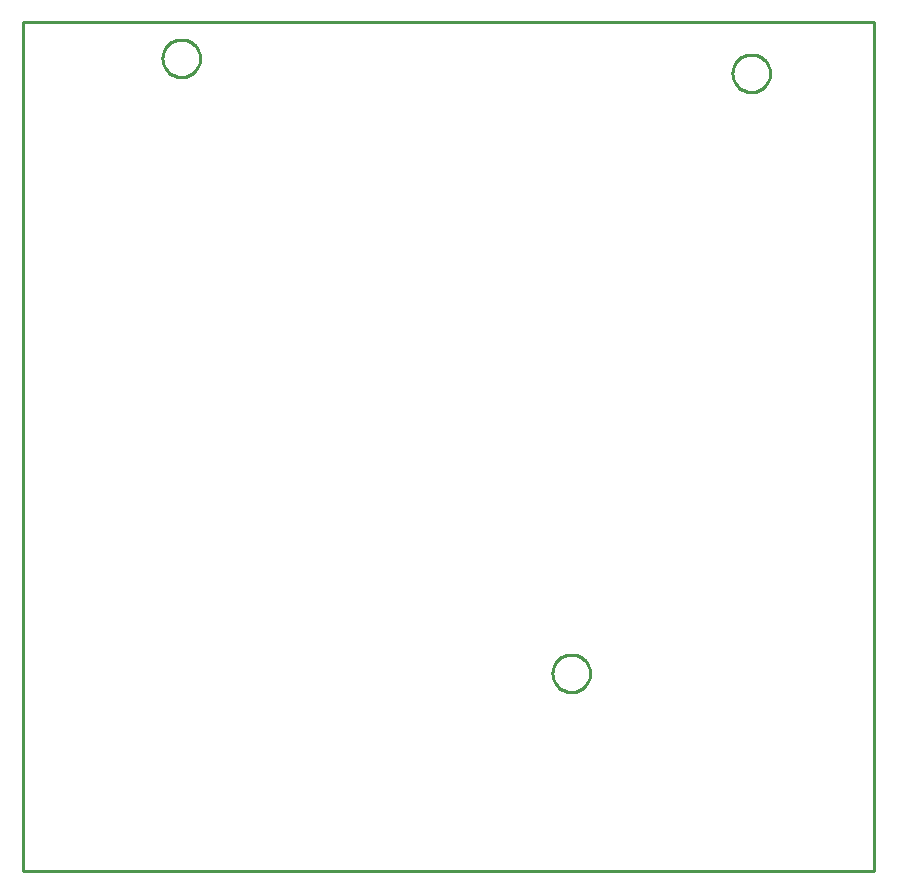
<source format=gko>
G04 EAGLE Gerber RS-274X export*
G75*
%MOMM*%
%FSLAX34Y34*%
%LPD*%
%INBoard Outline*%
%IPPOS*%
%AMOC8*
5,1,8,0,0,1.08239X$1,22.5*%
G01*
%ADD10C,0.000000*%
%ADD11C,0.254000*%


D10*
X-22860Y30480D02*
X697740Y30480D01*
X697740Y749200D01*
X-22860Y749200D01*
X-22860Y30480D01*
X577965Y706040D02*
X577970Y706430D01*
X577984Y706819D01*
X578008Y707208D01*
X578041Y707596D01*
X578084Y707983D01*
X578137Y708369D01*
X578199Y708754D01*
X578270Y709137D01*
X578351Y709518D01*
X578441Y709897D01*
X578540Y710274D01*
X578649Y710648D01*
X578766Y711020D01*
X578893Y711388D01*
X579029Y711753D01*
X579173Y712115D01*
X579327Y712473D01*
X579489Y712827D01*
X579660Y713178D01*
X579839Y713523D01*
X580027Y713865D01*
X580224Y714201D01*
X580428Y714533D01*
X580640Y714860D01*
X580861Y715181D01*
X581089Y715497D01*
X581325Y715807D01*
X581568Y716111D01*
X581819Y716409D01*
X582077Y716701D01*
X582343Y716986D01*
X582615Y717265D01*
X582894Y717537D01*
X583179Y717803D01*
X583471Y718061D01*
X583769Y718312D01*
X584073Y718555D01*
X584383Y718791D01*
X584699Y719019D01*
X585020Y719240D01*
X585347Y719452D01*
X585679Y719656D01*
X586015Y719853D01*
X586357Y720041D01*
X586702Y720220D01*
X587053Y720391D01*
X587407Y720553D01*
X587765Y720707D01*
X588127Y720851D01*
X588492Y720987D01*
X588860Y721114D01*
X589232Y721231D01*
X589606Y721340D01*
X589983Y721439D01*
X590362Y721529D01*
X590743Y721610D01*
X591126Y721681D01*
X591511Y721743D01*
X591897Y721796D01*
X592284Y721839D01*
X592672Y721872D01*
X593061Y721896D01*
X593450Y721910D01*
X593840Y721915D01*
X594230Y721910D01*
X594619Y721896D01*
X595008Y721872D01*
X595396Y721839D01*
X595783Y721796D01*
X596169Y721743D01*
X596554Y721681D01*
X596937Y721610D01*
X597318Y721529D01*
X597697Y721439D01*
X598074Y721340D01*
X598448Y721231D01*
X598820Y721114D01*
X599188Y720987D01*
X599553Y720851D01*
X599915Y720707D01*
X600273Y720553D01*
X600627Y720391D01*
X600978Y720220D01*
X601323Y720041D01*
X601665Y719853D01*
X602001Y719656D01*
X602333Y719452D01*
X602660Y719240D01*
X602981Y719019D01*
X603297Y718791D01*
X603607Y718555D01*
X603911Y718312D01*
X604209Y718061D01*
X604501Y717803D01*
X604786Y717537D01*
X605065Y717265D01*
X605337Y716986D01*
X605603Y716701D01*
X605861Y716409D01*
X606112Y716111D01*
X606355Y715807D01*
X606591Y715497D01*
X606819Y715181D01*
X607040Y714860D01*
X607252Y714533D01*
X607456Y714201D01*
X607653Y713865D01*
X607841Y713523D01*
X608020Y713178D01*
X608191Y712827D01*
X608353Y712473D01*
X608507Y712115D01*
X608651Y711753D01*
X608787Y711388D01*
X608914Y711020D01*
X609031Y710648D01*
X609140Y710274D01*
X609239Y709897D01*
X609329Y709518D01*
X609410Y709137D01*
X609481Y708754D01*
X609543Y708369D01*
X609596Y707983D01*
X609639Y707596D01*
X609672Y707208D01*
X609696Y706819D01*
X609710Y706430D01*
X609715Y706040D01*
X609710Y705650D01*
X609696Y705261D01*
X609672Y704872D01*
X609639Y704484D01*
X609596Y704097D01*
X609543Y703711D01*
X609481Y703326D01*
X609410Y702943D01*
X609329Y702562D01*
X609239Y702183D01*
X609140Y701806D01*
X609031Y701432D01*
X608914Y701060D01*
X608787Y700692D01*
X608651Y700327D01*
X608507Y699965D01*
X608353Y699607D01*
X608191Y699253D01*
X608020Y698902D01*
X607841Y698557D01*
X607653Y698215D01*
X607456Y697879D01*
X607252Y697547D01*
X607040Y697220D01*
X606819Y696899D01*
X606591Y696583D01*
X606355Y696273D01*
X606112Y695969D01*
X605861Y695671D01*
X605603Y695379D01*
X605337Y695094D01*
X605065Y694815D01*
X604786Y694543D01*
X604501Y694277D01*
X604209Y694019D01*
X603911Y693768D01*
X603607Y693525D01*
X603297Y693289D01*
X602981Y693061D01*
X602660Y692840D01*
X602333Y692628D01*
X602001Y692424D01*
X601665Y692227D01*
X601323Y692039D01*
X600978Y691860D01*
X600627Y691689D01*
X600273Y691527D01*
X599915Y691373D01*
X599553Y691229D01*
X599188Y691093D01*
X598820Y690966D01*
X598448Y690849D01*
X598074Y690740D01*
X597697Y690641D01*
X597318Y690551D01*
X596937Y690470D01*
X596554Y690399D01*
X596169Y690337D01*
X595783Y690284D01*
X595396Y690241D01*
X595008Y690208D01*
X594619Y690184D01*
X594230Y690170D01*
X593840Y690165D01*
X593450Y690170D01*
X593061Y690184D01*
X592672Y690208D01*
X592284Y690241D01*
X591897Y690284D01*
X591511Y690337D01*
X591126Y690399D01*
X590743Y690470D01*
X590362Y690551D01*
X589983Y690641D01*
X589606Y690740D01*
X589232Y690849D01*
X588860Y690966D01*
X588492Y691093D01*
X588127Y691229D01*
X587765Y691373D01*
X587407Y691527D01*
X587053Y691689D01*
X586702Y691860D01*
X586357Y692039D01*
X586015Y692227D01*
X585679Y692424D01*
X585347Y692628D01*
X585020Y692840D01*
X584699Y693061D01*
X584383Y693289D01*
X584073Y693525D01*
X583769Y693768D01*
X583471Y694019D01*
X583179Y694277D01*
X582894Y694543D01*
X582615Y694815D01*
X582343Y695094D01*
X582077Y695379D01*
X581819Y695671D01*
X581568Y695969D01*
X581325Y696273D01*
X581089Y696583D01*
X580861Y696899D01*
X580640Y697220D01*
X580428Y697547D01*
X580224Y697879D01*
X580027Y698215D01*
X579839Y698557D01*
X579660Y698902D01*
X579489Y699253D01*
X579327Y699607D01*
X579173Y699965D01*
X579029Y700327D01*
X578893Y700692D01*
X578766Y701060D01*
X578649Y701432D01*
X578540Y701806D01*
X578441Y702183D01*
X578351Y702562D01*
X578270Y702943D01*
X578199Y703326D01*
X578137Y703711D01*
X578084Y704097D01*
X578041Y704484D01*
X578008Y704872D01*
X577984Y705261D01*
X577970Y705650D01*
X577965Y706040D01*
X95365Y718740D02*
X95370Y719130D01*
X95384Y719519D01*
X95408Y719908D01*
X95441Y720296D01*
X95484Y720683D01*
X95537Y721069D01*
X95599Y721454D01*
X95670Y721837D01*
X95751Y722218D01*
X95841Y722597D01*
X95940Y722974D01*
X96049Y723348D01*
X96166Y723720D01*
X96293Y724088D01*
X96429Y724453D01*
X96573Y724815D01*
X96727Y725173D01*
X96889Y725527D01*
X97060Y725878D01*
X97239Y726223D01*
X97427Y726565D01*
X97624Y726901D01*
X97828Y727233D01*
X98040Y727560D01*
X98261Y727881D01*
X98489Y728197D01*
X98725Y728507D01*
X98968Y728811D01*
X99219Y729109D01*
X99477Y729401D01*
X99743Y729686D01*
X100015Y729965D01*
X100294Y730237D01*
X100579Y730503D01*
X100871Y730761D01*
X101169Y731012D01*
X101473Y731255D01*
X101783Y731491D01*
X102099Y731719D01*
X102420Y731940D01*
X102747Y732152D01*
X103079Y732356D01*
X103415Y732553D01*
X103757Y732741D01*
X104102Y732920D01*
X104453Y733091D01*
X104807Y733253D01*
X105165Y733407D01*
X105527Y733551D01*
X105892Y733687D01*
X106260Y733814D01*
X106632Y733931D01*
X107006Y734040D01*
X107383Y734139D01*
X107762Y734229D01*
X108143Y734310D01*
X108526Y734381D01*
X108911Y734443D01*
X109297Y734496D01*
X109684Y734539D01*
X110072Y734572D01*
X110461Y734596D01*
X110850Y734610D01*
X111240Y734615D01*
X111630Y734610D01*
X112019Y734596D01*
X112408Y734572D01*
X112796Y734539D01*
X113183Y734496D01*
X113569Y734443D01*
X113954Y734381D01*
X114337Y734310D01*
X114718Y734229D01*
X115097Y734139D01*
X115474Y734040D01*
X115848Y733931D01*
X116220Y733814D01*
X116588Y733687D01*
X116953Y733551D01*
X117315Y733407D01*
X117673Y733253D01*
X118027Y733091D01*
X118378Y732920D01*
X118723Y732741D01*
X119065Y732553D01*
X119401Y732356D01*
X119733Y732152D01*
X120060Y731940D01*
X120381Y731719D01*
X120697Y731491D01*
X121007Y731255D01*
X121311Y731012D01*
X121609Y730761D01*
X121901Y730503D01*
X122186Y730237D01*
X122465Y729965D01*
X122737Y729686D01*
X123003Y729401D01*
X123261Y729109D01*
X123512Y728811D01*
X123755Y728507D01*
X123991Y728197D01*
X124219Y727881D01*
X124440Y727560D01*
X124652Y727233D01*
X124856Y726901D01*
X125053Y726565D01*
X125241Y726223D01*
X125420Y725878D01*
X125591Y725527D01*
X125753Y725173D01*
X125907Y724815D01*
X126051Y724453D01*
X126187Y724088D01*
X126314Y723720D01*
X126431Y723348D01*
X126540Y722974D01*
X126639Y722597D01*
X126729Y722218D01*
X126810Y721837D01*
X126881Y721454D01*
X126943Y721069D01*
X126996Y720683D01*
X127039Y720296D01*
X127072Y719908D01*
X127096Y719519D01*
X127110Y719130D01*
X127115Y718740D01*
X127110Y718350D01*
X127096Y717961D01*
X127072Y717572D01*
X127039Y717184D01*
X126996Y716797D01*
X126943Y716411D01*
X126881Y716026D01*
X126810Y715643D01*
X126729Y715262D01*
X126639Y714883D01*
X126540Y714506D01*
X126431Y714132D01*
X126314Y713760D01*
X126187Y713392D01*
X126051Y713027D01*
X125907Y712665D01*
X125753Y712307D01*
X125591Y711953D01*
X125420Y711602D01*
X125241Y711257D01*
X125053Y710915D01*
X124856Y710579D01*
X124652Y710247D01*
X124440Y709920D01*
X124219Y709599D01*
X123991Y709283D01*
X123755Y708973D01*
X123512Y708669D01*
X123261Y708371D01*
X123003Y708079D01*
X122737Y707794D01*
X122465Y707515D01*
X122186Y707243D01*
X121901Y706977D01*
X121609Y706719D01*
X121311Y706468D01*
X121007Y706225D01*
X120697Y705989D01*
X120381Y705761D01*
X120060Y705540D01*
X119733Y705328D01*
X119401Y705124D01*
X119065Y704927D01*
X118723Y704739D01*
X118378Y704560D01*
X118027Y704389D01*
X117673Y704227D01*
X117315Y704073D01*
X116953Y703929D01*
X116588Y703793D01*
X116220Y703666D01*
X115848Y703549D01*
X115474Y703440D01*
X115097Y703341D01*
X114718Y703251D01*
X114337Y703170D01*
X113954Y703099D01*
X113569Y703037D01*
X113183Y702984D01*
X112796Y702941D01*
X112408Y702908D01*
X112019Y702884D01*
X111630Y702870D01*
X111240Y702865D01*
X110850Y702870D01*
X110461Y702884D01*
X110072Y702908D01*
X109684Y702941D01*
X109297Y702984D01*
X108911Y703037D01*
X108526Y703099D01*
X108143Y703170D01*
X107762Y703251D01*
X107383Y703341D01*
X107006Y703440D01*
X106632Y703549D01*
X106260Y703666D01*
X105892Y703793D01*
X105527Y703929D01*
X105165Y704073D01*
X104807Y704227D01*
X104453Y704389D01*
X104102Y704560D01*
X103757Y704739D01*
X103415Y704927D01*
X103079Y705124D01*
X102747Y705328D01*
X102420Y705540D01*
X102099Y705761D01*
X101783Y705989D01*
X101473Y706225D01*
X101169Y706468D01*
X100871Y706719D01*
X100579Y706977D01*
X100294Y707243D01*
X100015Y707515D01*
X99743Y707794D01*
X99477Y708079D01*
X99219Y708371D01*
X98968Y708669D01*
X98725Y708973D01*
X98489Y709283D01*
X98261Y709599D01*
X98040Y709920D01*
X97828Y710247D01*
X97624Y710579D01*
X97427Y710915D01*
X97239Y711257D01*
X97060Y711602D01*
X96889Y711953D01*
X96727Y712307D01*
X96573Y712665D01*
X96429Y713027D01*
X96293Y713392D01*
X96166Y713760D01*
X96049Y714132D01*
X95940Y714506D01*
X95841Y714883D01*
X95751Y715262D01*
X95670Y715643D01*
X95599Y716026D01*
X95537Y716411D01*
X95484Y716797D01*
X95441Y717184D01*
X95408Y717572D01*
X95384Y717961D01*
X95370Y718350D01*
X95365Y718740D01*
X425565Y198040D02*
X425570Y198430D01*
X425584Y198819D01*
X425608Y199208D01*
X425641Y199596D01*
X425684Y199983D01*
X425737Y200369D01*
X425799Y200754D01*
X425870Y201137D01*
X425951Y201518D01*
X426041Y201897D01*
X426140Y202274D01*
X426249Y202648D01*
X426366Y203020D01*
X426493Y203388D01*
X426629Y203753D01*
X426773Y204115D01*
X426927Y204473D01*
X427089Y204827D01*
X427260Y205178D01*
X427439Y205523D01*
X427627Y205865D01*
X427824Y206201D01*
X428028Y206533D01*
X428240Y206860D01*
X428461Y207181D01*
X428689Y207497D01*
X428925Y207807D01*
X429168Y208111D01*
X429419Y208409D01*
X429677Y208701D01*
X429943Y208986D01*
X430215Y209265D01*
X430494Y209537D01*
X430779Y209803D01*
X431071Y210061D01*
X431369Y210312D01*
X431673Y210555D01*
X431983Y210791D01*
X432299Y211019D01*
X432620Y211240D01*
X432947Y211452D01*
X433279Y211656D01*
X433615Y211853D01*
X433957Y212041D01*
X434302Y212220D01*
X434653Y212391D01*
X435007Y212553D01*
X435365Y212707D01*
X435727Y212851D01*
X436092Y212987D01*
X436460Y213114D01*
X436832Y213231D01*
X437206Y213340D01*
X437583Y213439D01*
X437962Y213529D01*
X438343Y213610D01*
X438726Y213681D01*
X439111Y213743D01*
X439497Y213796D01*
X439884Y213839D01*
X440272Y213872D01*
X440661Y213896D01*
X441050Y213910D01*
X441440Y213915D01*
X441830Y213910D01*
X442219Y213896D01*
X442608Y213872D01*
X442996Y213839D01*
X443383Y213796D01*
X443769Y213743D01*
X444154Y213681D01*
X444537Y213610D01*
X444918Y213529D01*
X445297Y213439D01*
X445674Y213340D01*
X446048Y213231D01*
X446420Y213114D01*
X446788Y212987D01*
X447153Y212851D01*
X447515Y212707D01*
X447873Y212553D01*
X448227Y212391D01*
X448578Y212220D01*
X448923Y212041D01*
X449265Y211853D01*
X449601Y211656D01*
X449933Y211452D01*
X450260Y211240D01*
X450581Y211019D01*
X450897Y210791D01*
X451207Y210555D01*
X451511Y210312D01*
X451809Y210061D01*
X452101Y209803D01*
X452386Y209537D01*
X452665Y209265D01*
X452937Y208986D01*
X453203Y208701D01*
X453461Y208409D01*
X453712Y208111D01*
X453955Y207807D01*
X454191Y207497D01*
X454419Y207181D01*
X454640Y206860D01*
X454852Y206533D01*
X455056Y206201D01*
X455253Y205865D01*
X455441Y205523D01*
X455620Y205178D01*
X455791Y204827D01*
X455953Y204473D01*
X456107Y204115D01*
X456251Y203753D01*
X456387Y203388D01*
X456514Y203020D01*
X456631Y202648D01*
X456740Y202274D01*
X456839Y201897D01*
X456929Y201518D01*
X457010Y201137D01*
X457081Y200754D01*
X457143Y200369D01*
X457196Y199983D01*
X457239Y199596D01*
X457272Y199208D01*
X457296Y198819D01*
X457310Y198430D01*
X457315Y198040D01*
X457310Y197650D01*
X457296Y197261D01*
X457272Y196872D01*
X457239Y196484D01*
X457196Y196097D01*
X457143Y195711D01*
X457081Y195326D01*
X457010Y194943D01*
X456929Y194562D01*
X456839Y194183D01*
X456740Y193806D01*
X456631Y193432D01*
X456514Y193060D01*
X456387Y192692D01*
X456251Y192327D01*
X456107Y191965D01*
X455953Y191607D01*
X455791Y191253D01*
X455620Y190902D01*
X455441Y190557D01*
X455253Y190215D01*
X455056Y189879D01*
X454852Y189547D01*
X454640Y189220D01*
X454419Y188899D01*
X454191Y188583D01*
X453955Y188273D01*
X453712Y187969D01*
X453461Y187671D01*
X453203Y187379D01*
X452937Y187094D01*
X452665Y186815D01*
X452386Y186543D01*
X452101Y186277D01*
X451809Y186019D01*
X451511Y185768D01*
X451207Y185525D01*
X450897Y185289D01*
X450581Y185061D01*
X450260Y184840D01*
X449933Y184628D01*
X449601Y184424D01*
X449265Y184227D01*
X448923Y184039D01*
X448578Y183860D01*
X448227Y183689D01*
X447873Y183527D01*
X447515Y183373D01*
X447153Y183229D01*
X446788Y183093D01*
X446420Y182966D01*
X446048Y182849D01*
X445674Y182740D01*
X445297Y182641D01*
X444918Y182551D01*
X444537Y182470D01*
X444154Y182399D01*
X443769Y182337D01*
X443383Y182284D01*
X442996Y182241D01*
X442608Y182208D01*
X442219Y182184D01*
X441830Y182170D01*
X441440Y182165D01*
X441050Y182170D01*
X440661Y182184D01*
X440272Y182208D01*
X439884Y182241D01*
X439497Y182284D01*
X439111Y182337D01*
X438726Y182399D01*
X438343Y182470D01*
X437962Y182551D01*
X437583Y182641D01*
X437206Y182740D01*
X436832Y182849D01*
X436460Y182966D01*
X436092Y183093D01*
X435727Y183229D01*
X435365Y183373D01*
X435007Y183527D01*
X434653Y183689D01*
X434302Y183860D01*
X433957Y184039D01*
X433615Y184227D01*
X433279Y184424D01*
X432947Y184628D01*
X432620Y184840D01*
X432299Y185061D01*
X431983Y185289D01*
X431673Y185525D01*
X431369Y185768D01*
X431071Y186019D01*
X430779Y186277D01*
X430494Y186543D01*
X430215Y186815D01*
X429943Y187094D01*
X429677Y187379D01*
X429419Y187671D01*
X429168Y187969D01*
X428925Y188273D01*
X428689Y188583D01*
X428461Y188899D01*
X428240Y189220D01*
X428028Y189547D01*
X427824Y189879D01*
X427627Y190215D01*
X427439Y190557D01*
X427260Y190902D01*
X427089Y191253D01*
X426927Y191607D01*
X426773Y191965D01*
X426629Y192327D01*
X426493Y192692D01*
X426366Y193060D01*
X426249Y193432D01*
X426140Y193806D01*
X426041Y194183D01*
X425951Y194562D01*
X425870Y194943D01*
X425799Y195326D01*
X425737Y195711D01*
X425684Y196097D01*
X425641Y196484D01*
X425608Y196872D01*
X425584Y197261D01*
X425570Y197650D01*
X425565Y198040D01*
D11*
X-22860Y30480D02*
X697740Y30480D01*
X697740Y749200D01*
X-22860Y749200D01*
X-22860Y30480D01*
X609715Y705520D02*
X609647Y704483D01*
X609511Y703453D01*
X609309Y702433D01*
X609040Y701429D01*
X608705Y700445D01*
X608308Y699485D01*
X607848Y698553D01*
X607328Y697652D01*
X606751Y696788D01*
X606118Y695964D01*
X605433Y695182D01*
X604698Y694447D01*
X603916Y693762D01*
X603092Y693129D01*
X602228Y692552D01*
X601327Y692032D01*
X600395Y691572D01*
X599435Y691175D01*
X598451Y690840D01*
X597447Y690571D01*
X596427Y690369D01*
X595397Y690233D01*
X594360Y690165D01*
X593320Y690165D01*
X592283Y690233D01*
X591253Y690369D01*
X590233Y690571D01*
X589229Y690840D01*
X588245Y691175D01*
X587285Y691572D01*
X586353Y692032D01*
X585452Y692552D01*
X584588Y693129D01*
X583764Y693762D01*
X582982Y694447D01*
X582247Y695182D01*
X581562Y695964D01*
X580929Y696788D01*
X580352Y697652D01*
X579832Y698553D01*
X579372Y699485D01*
X578975Y700445D01*
X578640Y701429D01*
X578371Y702433D01*
X578169Y703453D01*
X578033Y704483D01*
X577965Y705520D01*
X577965Y706560D01*
X578033Y707597D01*
X578169Y708627D01*
X578371Y709647D01*
X578640Y710651D01*
X578975Y711635D01*
X579372Y712595D01*
X579832Y713527D01*
X580352Y714428D01*
X580929Y715292D01*
X581562Y716116D01*
X582247Y716898D01*
X582982Y717633D01*
X583764Y718318D01*
X584588Y718951D01*
X585452Y719528D01*
X586353Y720048D01*
X587285Y720508D01*
X588245Y720905D01*
X589229Y721240D01*
X590233Y721509D01*
X591253Y721711D01*
X592283Y721847D01*
X593320Y721915D01*
X594360Y721915D01*
X595397Y721847D01*
X596427Y721711D01*
X597447Y721509D01*
X598451Y721240D01*
X599435Y720905D01*
X600395Y720508D01*
X601327Y720048D01*
X602228Y719528D01*
X603092Y718951D01*
X603916Y718318D01*
X604698Y717633D01*
X605433Y716898D01*
X606118Y716116D01*
X606751Y715292D01*
X607328Y714428D01*
X607848Y713527D01*
X608308Y712595D01*
X608705Y711635D01*
X609040Y710651D01*
X609309Y709647D01*
X609511Y708627D01*
X609647Y707597D01*
X609715Y706560D01*
X609715Y705520D01*
X127115Y718220D02*
X127047Y717183D01*
X126911Y716153D01*
X126709Y715133D01*
X126440Y714129D01*
X126105Y713145D01*
X125708Y712185D01*
X125248Y711253D01*
X124728Y710352D01*
X124151Y709488D01*
X123518Y708664D01*
X122833Y707882D01*
X122098Y707147D01*
X121316Y706462D01*
X120492Y705829D01*
X119628Y705252D01*
X118727Y704732D01*
X117795Y704272D01*
X116835Y703875D01*
X115851Y703540D01*
X114847Y703271D01*
X113827Y703069D01*
X112797Y702933D01*
X111760Y702865D01*
X110720Y702865D01*
X109683Y702933D01*
X108653Y703069D01*
X107633Y703271D01*
X106629Y703540D01*
X105645Y703875D01*
X104685Y704272D01*
X103753Y704732D01*
X102852Y705252D01*
X101988Y705829D01*
X101164Y706462D01*
X100382Y707147D01*
X99647Y707882D01*
X98962Y708664D01*
X98329Y709488D01*
X97752Y710352D01*
X97232Y711253D01*
X96772Y712185D01*
X96375Y713145D01*
X96040Y714129D01*
X95771Y715133D01*
X95569Y716153D01*
X95433Y717183D01*
X95365Y718220D01*
X95365Y719260D01*
X95433Y720297D01*
X95569Y721327D01*
X95771Y722347D01*
X96040Y723351D01*
X96375Y724335D01*
X96772Y725295D01*
X97232Y726227D01*
X97752Y727128D01*
X98329Y727992D01*
X98962Y728816D01*
X99647Y729598D01*
X100382Y730333D01*
X101164Y731018D01*
X101988Y731651D01*
X102852Y732228D01*
X103753Y732748D01*
X104685Y733208D01*
X105645Y733605D01*
X106629Y733940D01*
X107633Y734209D01*
X108653Y734411D01*
X109683Y734547D01*
X110720Y734615D01*
X111760Y734615D01*
X112797Y734547D01*
X113827Y734411D01*
X114847Y734209D01*
X115851Y733940D01*
X116835Y733605D01*
X117795Y733208D01*
X118727Y732748D01*
X119628Y732228D01*
X120492Y731651D01*
X121316Y731018D01*
X122098Y730333D01*
X122833Y729598D01*
X123518Y728816D01*
X124151Y727992D01*
X124728Y727128D01*
X125248Y726227D01*
X125708Y725295D01*
X126105Y724335D01*
X126440Y723351D01*
X126709Y722347D01*
X126911Y721327D01*
X127047Y720297D01*
X127115Y719260D01*
X127115Y718220D01*
X457315Y197520D02*
X457247Y196483D01*
X457111Y195453D01*
X456909Y194433D01*
X456640Y193429D01*
X456305Y192445D01*
X455908Y191485D01*
X455448Y190553D01*
X454928Y189652D01*
X454351Y188788D01*
X453718Y187964D01*
X453033Y187182D01*
X452298Y186447D01*
X451516Y185762D01*
X450692Y185129D01*
X449828Y184552D01*
X448927Y184032D01*
X447995Y183572D01*
X447035Y183175D01*
X446051Y182840D01*
X445047Y182571D01*
X444027Y182369D01*
X442997Y182233D01*
X441960Y182165D01*
X440920Y182165D01*
X439883Y182233D01*
X438853Y182369D01*
X437833Y182571D01*
X436829Y182840D01*
X435845Y183175D01*
X434885Y183572D01*
X433953Y184032D01*
X433052Y184552D01*
X432188Y185129D01*
X431364Y185762D01*
X430582Y186447D01*
X429847Y187182D01*
X429162Y187964D01*
X428529Y188788D01*
X427952Y189652D01*
X427432Y190553D01*
X426972Y191485D01*
X426575Y192445D01*
X426240Y193429D01*
X425971Y194433D01*
X425769Y195453D01*
X425633Y196483D01*
X425565Y197520D01*
X425565Y198560D01*
X425633Y199597D01*
X425769Y200627D01*
X425971Y201647D01*
X426240Y202651D01*
X426575Y203635D01*
X426972Y204595D01*
X427432Y205527D01*
X427952Y206428D01*
X428529Y207292D01*
X429162Y208116D01*
X429847Y208898D01*
X430582Y209633D01*
X431364Y210318D01*
X432188Y210951D01*
X433052Y211528D01*
X433953Y212048D01*
X434885Y212508D01*
X435845Y212905D01*
X436829Y213240D01*
X437833Y213509D01*
X438853Y213711D01*
X439883Y213847D01*
X440920Y213915D01*
X441960Y213915D01*
X442997Y213847D01*
X444027Y213711D01*
X445047Y213509D01*
X446051Y213240D01*
X447035Y212905D01*
X447995Y212508D01*
X448927Y212048D01*
X449828Y211528D01*
X450692Y210951D01*
X451516Y210318D01*
X452298Y209633D01*
X453033Y208898D01*
X453718Y208116D01*
X454351Y207292D01*
X454928Y206428D01*
X455448Y205527D01*
X455908Y204595D01*
X456305Y203635D01*
X456640Y202651D01*
X456909Y201647D01*
X457111Y200627D01*
X457247Y199597D01*
X457315Y198560D01*
X457315Y197520D01*
M02*

</source>
